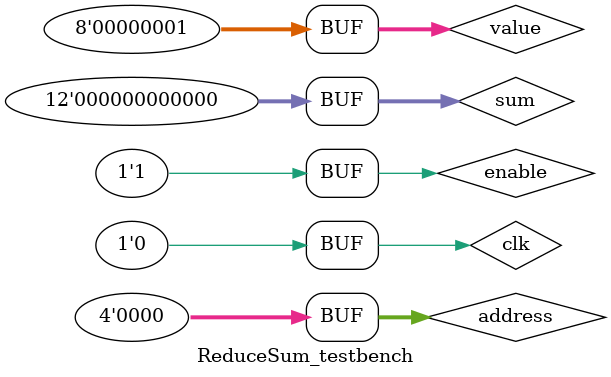
<source format=sv>
`timescale 1ns / 1ps

module ReduceSum_testbench();
    logic clk, enable;
    logic [7:0] value;
    logic [11:0] sum; 
    logic [3:0] address;

    reducesum_Test dut( clk, enable, value, sum, address );

    always
        begin
            clk = 1; #20; clk = 0; #20;
        end

    initial begin
        enable = 1; sum = 0; address = 0;
        value = 8'b00000001;
    end
endmodule

</source>
